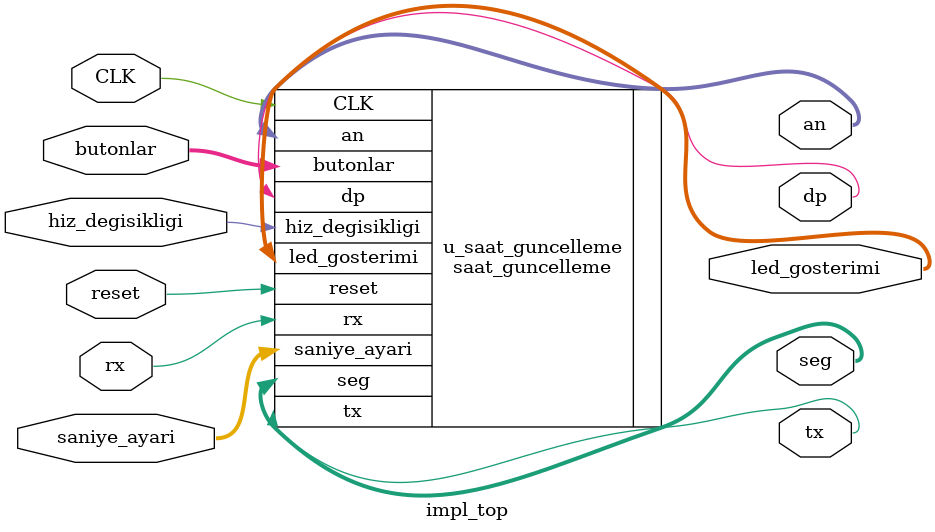
<source format=v>
`timescale 1ns / 1ps

module impl_top(
    input CLK, reset, hiz_degisikligi,
    input [4:0] butonlar,
    input [5:0] saniye_ayari,
    input rx,
    output tx,
    output [3:0] an,                // Basamak gösterimi
    output [6:0] seg,               // 7 parçali gösterimin bolumleri
    output dp,                      // Ondalik gösterimin noktasi
    output [5:0] led_gosterimi
);

    // Saat guncelleme modulunu cagir
    saat_guncelleme u_saat_guncelleme (
        .CLK(CLK),
        .reset(reset),
        .butonlar(butonlar),
        .saniye_ayari(saniye_ayari),
        .rx(rx),
        .tx(tx),
        .hiz_degisikligi(hiz_degisikligi),
        .seg(seg),
        .an(an),
        .dp(dp),
        .led_gosterimi(led_gosterimi)
    );

endmodule

</source>
